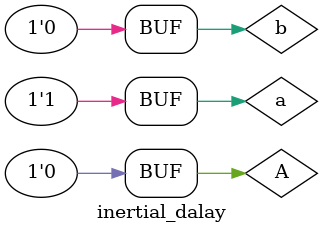
<source format=v>
module inertial_dalay();
    reg a, b;
    wire A;
    assign #30 A = a & b;
    
    initial begin
            a = 1'b0;
            b = 1'b0;
        #50 a = 1'b1;
            b = 1'b1;
        #50 a = 1'b0;
            b = 1'b0;
        #50 a = 1'b1;
            b = 1'b1;
        #20 b = 1'b0; // This delay is shorter than the assignment delay, so it will be skipped in the output wire A
        #50;
    end
endmodule
</source>
